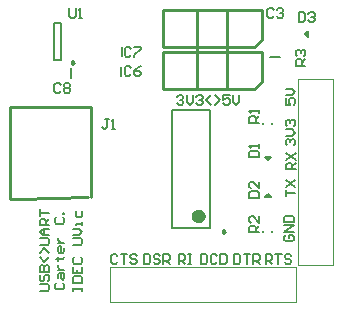
<source format=gto>
G04*
G04 #@! TF.GenerationSoftware,Altium Limited,Altium Designer,20.2.6 (244)*
G04*
G04 Layer_Color=65535*
%FSLAX25Y25*%
%MOIN*%
G70*
G04*
G04 #@! TF.SameCoordinates,3022D20F-0E7D-494E-A21C-2806337C0760*
G04*
G04*
G04 #@! TF.FilePolarity,Positive*
G04*
G01*
G75*
%ADD10C,0.02362*%
%ADD11C,0.00984*%
%ADD12C,0.01000*%
%ADD13C,0.00787*%
%ADD14C,0.00600*%
%ADD15C,0.00394*%
%ADD16C,0.00800*%
D10*
X58543Y28752D02*
X58099Y29675D01*
X57099Y29904D01*
X56298Y29264D01*
Y28240D01*
X57099Y27600D01*
X58099Y27829D01*
X58543Y28752D01*
D11*
X66220Y23555D02*
X65482Y23981D01*
Y23129D01*
X66220Y23555D01*
X16110Y79913D02*
X15372Y80340D01*
Y79487D01*
X16110Y79913D01*
D12*
X21500Y64500D02*
Y65000D01*
X-5500D02*
X21500D01*
X-5500Y34500D02*
Y65000D01*
X-2520Y34557D02*
X20500Y35000D01*
X21500D02*
Y64750D01*
X-5500Y34500D02*
X-2520Y34557D01*
X45500Y85000D02*
X76000D01*
X78500Y87500D01*
Y97500D01*
X45500Y85000D02*
Y97500D01*
X78500D01*
X45500Y71000D02*
X76000D01*
X78500Y73500D01*
Y83500D01*
X45500Y71000D02*
Y83500D01*
X78500D01*
X57000Y71500D02*
Y97500D01*
X67000Y71500D02*
Y97500D01*
D13*
X48701Y64185D02*
X61299D01*
X48701Y24815D02*
X61299D01*
X48701D02*
Y64185D01*
X61299Y24815D02*
Y64185D01*
X9319Y80898D02*
X11681D01*
X9319Y93102D02*
X11681D01*
Y80898D02*
Y93102D01*
X9319Y80898D02*
Y93102D01*
X78925Y23303D02*
Y23697D01*
X82075Y23303D02*
Y23697D01*
X78925Y59303D02*
Y59697D01*
X82075Y59303D02*
Y59697D01*
X14799Y74925D02*
Y78075D01*
X31799Y82075D02*
Y85224D01*
X31650Y75425D02*
Y78575D01*
X81425Y81701D02*
X84575D01*
D14*
X93000Y89500D02*
X94000D01*
Y88500D02*
Y90500D01*
X93000Y89500D02*
X94000Y88500D01*
X93000Y89500D02*
X94000Y90500D01*
X80500Y36000D02*
X81500Y35000D01*
X79500D02*
X80500Y36000D01*
X79500Y35000D02*
X81500D01*
X80500D02*
Y36000D01*
X79500Y48500D02*
X80500Y47500D01*
X81500Y48500D01*
X79500D02*
X81500D01*
X80500Y47500D02*
Y48500D01*
D15*
X28095Y11906D02*
X89906D01*
X28095Y94D02*
Y11906D01*
Y94D02*
X89906D01*
Y11906D01*
X90595Y12595D02*
Y74405D01*
Y12595D02*
X102406D01*
Y74405D01*
X90595D02*
X102406D01*
D16*
X27500Y61099D02*
X26434D01*
X26967D01*
Y58434D01*
X26434Y57901D01*
X25901D01*
X25367Y58434D01*
X28566Y57901D02*
X29633D01*
X29100D01*
Y61099D01*
X28566Y60566D01*
X50300Y68466D02*
X50833Y68999D01*
X51899D01*
X52433Y68466D01*
Y67933D01*
X51899Y67400D01*
X51366D01*
X51899D01*
X52433Y66866D01*
Y66333D01*
X51899Y65800D01*
X50833D01*
X50300Y66333D01*
X53499Y68999D02*
Y66866D01*
X54565Y65800D01*
X55632Y66866D01*
Y68999D01*
X56698Y68466D02*
X57231Y68999D01*
X58297D01*
X58831Y68466D01*
Y67933D01*
X58297Y67400D01*
X57764D01*
X58297D01*
X58831Y66866D01*
Y66333D01*
X58297Y65800D01*
X57231D01*
X56698Y66333D01*
X61496Y65800D02*
X59897Y67400D01*
X61496Y68999D01*
X63096Y65800D02*
X64695Y67400D01*
X63096Y68999D01*
X67894D02*
X65762D01*
Y67400D01*
X66828Y67933D01*
X67361D01*
X67894Y67400D01*
Y66333D01*
X67361Y65800D01*
X66295D01*
X65762Y66333D01*
X68961Y68999D02*
Y66866D01*
X70027Y65800D01*
X71093Y66866D01*
Y68999D01*
X79800Y12800D02*
Y15999D01*
X81400D01*
X81933Y15466D01*
Y14400D01*
X81400Y13866D01*
X79800D01*
X80866D02*
X81933Y12800D01*
X82999Y15999D02*
X85132D01*
X84065D01*
Y12800D01*
X88331Y15466D02*
X87797Y15999D01*
X86731D01*
X86198Y15466D01*
Y14933D01*
X86731Y14400D01*
X87797D01*
X88331Y13866D01*
Y13333D01*
X87797Y12800D01*
X86731D01*
X86198Y13333D01*
X69300Y15999D02*
Y12800D01*
X70899D01*
X71433Y13333D01*
Y15466D01*
X70899Y15999D01*
X69300D01*
X72499D02*
X74632D01*
X73565D01*
Y12800D01*
X75698D02*
Y15999D01*
X77297D01*
X77831Y15466D01*
Y14400D01*
X77297Y13866D01*
X75698D01*
X76764D02*
X77831Y12800D01*
X86534Y22433D02*
X86001Y21900D01*
Y20833D01*
X86534Y20300D01*
X88667D01*
X89200Y20833D01*
Y21900D01*
X88667Y22433D01*
X87600D01*
Y21366D01*
X89200Y23499D02*
X86001D01*
X89200Y25632D01*
X86001D01*
Y26698D02*
X89200D01*
Y28297D01*
X88667Y28831D01*
X86534D01*
X86001Y28297D01*
Y26698D01*
X86501Y35300D02*
Y37433D01*
Y36366D01*
X89700D01*
X86501Y38499D02*
X89700Y40632D01*
X86501D02*
X89700Y38499D01*
X89794Y44300D02*
X86595D01*
Y45900D01*
X87129Y46433D01*
X88195D01*
X88728Y45900D01*
Y44300D01*
Y45366D02*
X89794Y46433D01*
X86595Y47499D02*
X89794Y49632D01*
X86595D02*
X89794Y47499D01*
X39300Y15999D02*
Y12800D01*
X40900D01*
X41433Y13333D01*
Y15466D01*
X40900Y15999D01*
X39300D01*
X44632Y15466D02*
X44098Y15999D01*
X43032D01*
X42499Y15466D01*
Y14933D01*
X43032Y14400D01*
X44098D01*
X44632Y13866D01*
Y13333D01*
X44098Y12800D01*
X43032D01*
X42499Y13333D01*
X45698Y12800D02*
Y15999D01*
X47297D01*
X47831Y15466D01*
Y14400D01*
X47297Y13866D01*
X45698D01*
X46764D02*
X47831Y12800D01*
X58300Y15999D02*
Y12800D01*
X59899D01*
X60433Y13333D01*
Y15466D01*
X59899Y15999D01*
X58300D01*
X63632Y15466D02*
X63099Y15999D01*
X62032D01*
X61499Y15466D01*
Y13333D01*
X62032Y12800D01*
X63099D01*
X63632Y13333D01*
X64698Y15999D02*
Y12800D01*
X66297D01*
X66831Y13333D01*
Y15466D01*
X66297Y15999D01*
X64698D01*
X50800Y12800D02*
Y15999D01*
X52399D01*
X52933Y15466D01*
Y14400D01*
X52399Y13866D01*
X50800D01*
X51866D02*
X52933Y12800D01*
X53999Y15999D02*
X55065D01*
X54532D01*
Y12800D01*
X53999D01*
X55065D01*
X30433Y15466D02*
X29899Y15999D01*
X28833D01*
X28300Y15466D01*
Y13333D01*
X28833Y12800D01*
X29899D01*
X30433Y13333D01*
X31499Y15999D02*
X33632D01*
X32565D01*
Y12800D01*
X36831Y15466D02*
X36297Y15999D01*
X35231D01*
X34698Y15466D01*
Y14933D01*
X35231Y14400D01*
X36297D01*
X36831Y13866D01*
Y13333D01*
X36297Y12800D01*
X35231D01*
X34698Y13333D01*
X87034Y52300D02*
X86501Y52833D01*
Y53900D01*
X87034Y54433D01*
X87567D01*
X88100Y53900D01*
Y53366D01*
Y53900D01*
X88634Y54433D01*
X89167D01*
X89700Y53900D01*
Y52833D01*
X89167Y52300D01*
X86501Y55499D02*
X88634D01*
X89700Y56565D01*
X88634Y57632D01*
X86501D01*
X87034Y58698D02*
X86501Y59231D01*
Y60297D01*
X87034Y60831D01*
X87567D01*
X88100Y60297D01*
Y59764D01*
Y60297D01*
X88634Y60831D01*
X89167D01*
X89700Y60297D01*
Y59231D01*
X89167Y58698D01*
X86501Y67933D02*
Y65800D01*
X88100D01*
X87567Y66866D01*
Y67400D01*
X88100Y67933D01*
X89167D01*
X89700Y67400D01*
Y66333D01*
X89167Y65800D01*
X86501Y68999D02*
X88634D01*
X89700Y70065D01*
X88634Y71132D01*
X86501D01*
X15501Y3800D02*
Y4866D01*
Y4333D01*
X18700D01*
Y3800D01*
Y4866D01*
X15501Y6466D02*
X18700D01*
Y8065D01*
X18167Y8598D01*
X16034D01*
X15501Y8065D01*
Y6466D01*
Y11797D02*
Y9665D01*
X18700D01*
Y11797D01*
X17100Y9665D02*
Y10731D01*
X16034Y14996D02*
X15501Y14463D01*
Y13397D01*
X16034Y12864D01*
X18167D01*
X18700Y13397D01*
Y14463D01*
X18167Y14996D01*
X15501Y19262D02*
X18167D01*
X18700Y19795D01*
Y20861D01*
X18167Y21394D01*
X15501D01*
Y22461D02*
X17634D01*
X18700Y23527D01*
X17634Y24593D01*
X15501D01*
X18700Y25660D02*
Y26726D01*
Y26193D01*
X16567D01*
Y25660D01*
Y30458D02*
Y28859D01*
X17100Y28325D01*
X18167D01*
X18700Y28859D01*
Y30458D01*
X10034Y6433D02*
X9501Y5900D01*
Y4833D01*
X10034Y4300D01*
X12167D01*
X12700Y4833D01*
Y5900D01*
X12167Y6433D01*
X10567Y8032D02*
Y9098D01*
X11101Y9632D01*
X12700D01*
Y8032D01*
X12167Y7499D01*
X11634Y8032D01*
Y9632D01*
X10567Y10698D02*
X12700D01*
X11634D01*
X11101Y11231D01*
X10567Y11764D01*
Y12297D01*
X10034Y14430D02*
X10567D01*
Y13897D01*
Y14963D01*
Y14430D01*
X12167D01*
X12700Y14963D01*
Y18162D02*
Y17096D01*
X12167Y16563D01*
X11101D01*
X10567Y17096D01*
Y18162D01*
X11101Y18695D01*
X11634D01*
Y16563D01*
X10567Y19762D02*
X12700D01*
X11634D01*
X11101Y20295D01*
X10567Y20828D01*
Y21361D01*
X10034Y28292D02*
X9501Y27759D01*
Y26693D01*
X10034Y26160D01*
X12167D01*
X12700Y26693D01*
Y27759D01*
X12167Y28292D01*
X12700Y29359D02*
X12167D01*
Y29892D01*
X12700D01*
Y29359D01*
X4501Y3800D02*
X7167D01*
X7700Y4333D01*
Y5399D01*
X7167Y5933D01*
X4501D01*
X5034Y9132D02*
X4501Y8598D01*
Y7532D01*
X5034Y6999D01*
X5567D01*
X6101Y7532D01*
Y8598D01*
X6634Y9132D01*
X7167D01*
X7700Y8598D01*
Y7532D01*
X7167Y6999D01*
X4501Y10198D02*
X7700D01*
Y11797D01*
X7167Y12331D01*
X6634D01*
X6101Y11797D01*
Y10198D01*
Y11797D01*
X5567Y12331D01*
X5034D01*
X4501Y11797D01*
Y10198D01*
X7700Y14996D02*
X6101Y13397D01*
X4501Y14996D01*
X7700Y16596D02*
X6101Y18195D01*
X4501Y16596D01*
Y19262D02*
X7167D01*
X7700Y19795D01*
Y20861D01*
X7167Y21394D01*
X4501D01*
X7700Y22461D02*
X5567D01*
X4501Y23527D01*
X5567Y24593D01*
X7700D01*
X6101D01*
Y22461D01*
X7700Y25660D02*
X4501D01*
Y27259D01*
X5034Y27792D01*
X6101D01*
X6634Y27259D01*
Y25660D01*
Y26726D02*
X7700Y27792D01*
X4501Y28859D02*
Y30991D01*
Y29925D01*
X7700D01*
X14367Y98099D02*
Y95434D01*
X14900Y94901D01*
X15967D01*
X16500Y95434D01*
Y98099D01*
X17566Y94901D02*
X18633D01*
X18100D01*
Y98099D01*
X17566Y97566D01*
X93099Y78834D02*
X89900D01*
Y80434D01*
X90434Y80967D01*
X91500D01*
X92033Y80434D01*
Y78834D01*
Y79900D02*
X93099Y80967D01*
X90434Y82033D02*
X89900Y82566D01*
Y83633D01*
X90434Y84166D01*
X90967D01*
X91500Y83633D01*
Y83100D01*
Y83633D01*
X92033Y84166D01*
X92566D01*
X93099Y83633D01*
Y82566D01*
X92566Y82033D01*
X77600Y23334D02*
X74401D01*
Y24934D01*
X74934Y25467D01*
X76000D01*
X76533Y24934D01*
Y23334D01*
Y24400D02*
X77600Y25467D01*
Y28666D02*
Y26533D01*
X75467Y28666D01*
X74934D01*
X74401Y28133D01*
Y27066D01*
X74934Y26533D01*
X77600Y59867D02*
X74401D01*
Y61467D01*
X74934Y62000D01*
X76000D01*
X76533Y61467D01*
Y59867D01*
Y60934D02*
X77600Y62000D01*
Y63066D02*
Y64133D01*
Y63599D01*
X74401D01*
X74934Y63066D01*
X90834Y96600D02*
Y93401D01*
X92434D01*
X92967Y93934D01*
Y96066D01*
X92434Y96600D01*
X90834D01*
X94033Y96066D02*
X94566Y96600D01*
X95633D01*
X96166Y96066D01*
Y95533D01*
X95633Y95000D01*
X95100D01*
X95633D01*
X96166Y94467D01*
Y93934D01*
X95633Y93401D01*
X94566D01*
X94033Y93934D01*
X74401Y34834D02*
X77600D01*
Y36434D01*
X77066Y36967D01*
X74934D01*
X74401Y36434D01*
Y34834D01*
X77600Y40166D02*
Y38033D01*
X75467Y40166D01*
X74934D01*
X74401Y39633D01*
Y38566D01*
X74934Y38033D01*
X74401Y48367D02*
X77600D01*
Y49967D01*
X77066Y50500D01*
X74934D01*
X74401Y49967D01*
Y48367D01*
X77600Y51566D02*
Y52633D01*
Y52100D01*
X74401D01*
X74934Y51566D01*
X11467Y72566D02*
X10934Y73099D01*
X9867D01*
X9334Y72566D01*
Y70434D01*
X9867Y69901D01*
X10934D01*
X11467Y70434D01*
X12533Y72566D02*
X13066Y73099D01*
X14133D01*
X14666Y72566D01*
Y72033D01*
X14133Y71500D01*
X14666Y70967D01*
Y70434D01*
X14133Y69901D01*
X13066D01*
X12533Y70434D01*
Y70967D01*
X13066Y71500D01*
X12533Y72033D01*
Y72566D01*
X13066Y71500D02*
X14133D01*
X34967Y84566D02*
X34434Y85100D01*
X33367D01*
X32834Y84566D01*
Y82434D01*
X33367Y81901D01*
X34434D01*
X34967Y82434D01*
X36033Y85100D02*
X38166D01*
Y84566D01*
X36033Y82434D01*
Y81901D01*
X34967Y78066D02*
X34434Y78600D01*
X33367D01*
X32834Y78066D01*
Y75934D01*
X33367Y75401D01*
X34434D01*
X34967Y75934D01*
X38166Y78600D02*
X37099Y78066D01*
X36033Y77000D01*
Y75934D01*
X36566Y75401D01*
X37633D01*
X38166Y75934D01*
Y76467D01*
X37633Y77000D01*
X36033D01*
X82467Y97566D02*
X81934Y98099D01*
X80867D01*
X80334Y97566D01*
Y95434D01*
X80867Y94901D01*
X81934D01*
X82467Y95434D01*
X83533Y97566D02*
X84066Y98099D01*
X85133D01*
X85666Y97566D01*
Y97033D01*
X85133Y96500D01*
X84600D01*
X85133D01*
X85666Y95967D01*
Y95434D01*
X85133Y94901D01*
X84066D01*
X83533Y95434D01*
M02*

</source>
